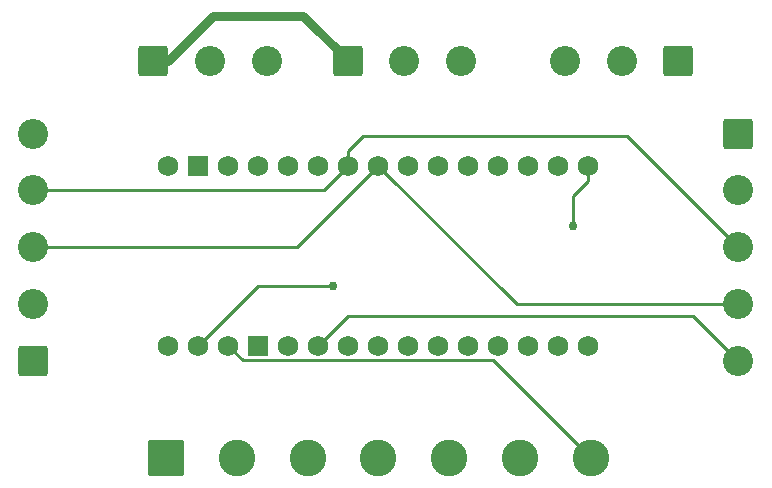
<source format=gbr>
%TF.GenerationSoftware,KiCad,Pcbnew,(7.0.0)*%
%TF.CreationDate,2023-03-06T13:00:14+01:00*%
%TF.ProjectId,booth fendi,626f6f74-6820-4666-956e-64692e6b6963,rev?*%
%TF.SameCoordinates,Original*%
%TF.FileFunction,Copper,L2,Bot*%
%TF.FilePolarity,Positive*%
%FSLAX46Y46*%
G04 Gerber Fmt 4.6, Leading zero omitted, Abs format (unit mm)*
G04 Created by KiCad (PCBNEW (7.0.0)) date 2023-03-06 13:00:14*
%MOMM*%
%LPD*%
G01*
G04 APERTURE LIST*
G04 Aperture macros list*
%AMRoundRect*
0 Rectangle with rounded corners*
0 $1 Rounding radius*
0 $2 $3 $4 $5 $6 $7 $8 $9 X,Y pos of 4 corners*
0 Add a 4 corners polygon primitive as box body*
4,1,4,$2,$3,$4,$5,$6,$7,$8,$9,$2,$3,0*
0 Add four circle primitives for the rounded corners*
1,1,$1+$1,$2,$3*
1,1,$1+$1,$4,$5*
1,1,$1+$1,$6,$7*
1,1,$1+$1,$8,$9*
0 Add four rect primitives between the rounded corners*
20,1,$1+$1,$2,$3,$4,$5,0*
20,1,$1+$1,$4,$5,$6,$7,0*
20,1,$1+$1,$6,$7,$8,$9,0*
20,1,$1+$1,$8,$9,$2,$3,0*%
G04 Aperture macros list end*
%TA.AperFunction,ComponentPad*%
%ADD10C,2.550000*%
%TD*%
%TA.AperFunction,ComponentPad*%
%ADD11RoundRect,0.249999X-1.025001X-1.025001X1.025001X-1.025001X1.025001X1.025001X-1.025001X1.025001X0*%
%TD*%
%TA.AperFunction,ComponentPad*%
%ADD12RoundRect,0.249999X-1.025001X1.025001X-1.025001X-1.025001X1.025001X-1.025001X1.025001X1.025001X0*%
%TD*%
%TA.AperFunction,ComponentPad*%
%ADD13RoundRect,0.249999X1.025001X1.025001X-1.025001X1.025001X-1.025001X-1.025001X1.025001X-1.025001X0*%
%TD*%
%TA.AperFunction,ComponentPad*%
%ADD14RoundRect,0.249999X1.025001X-1.025001X1.025001X1.025001X-1.025001X1.025001X-1.025001X-1.025001X0*%
%TD*%
%TA.AperFunction,ComponentPad*%
%ADD15C,1.727200*%
%TD*%
%TA.AperFunction,ComponentPad*%
%ADD16R,1.727200X1.727200*%
%TD*%
%TA.AperFunction,ComponentPad*%
%ADD17C,3.100000*%
%TD*%
%TA.AperFunction,ComponentPad*%
%ADD18RoundRect,0.249999X-1.300001X-1.300001X1.300001X-1.300001X1.300001X1.300001X-1.300001X1.300001X0*%
%TD*%
%TA.AperFunction,ViaPad*%
%ADD19C,0.762000*%
%TD*%
%TA.AperFunction,Conductor*%
%ADD20C,0.254000*%
%TD*%
%TA.AperFunction,Conductor*%
%ADD21C,0.762000*%
%TD*%
G04 APERTURE END LIST*
D10*
%TO.P,J2,3,Pin_3*%
%TO.N,GND*%
X141680000Y-72390000D03*
%TO.P,J2,2,Pin_2*%
%TO.N,+5V*%
X136880000Y-72390000D03*
D11*
%TO.P,J2,1,Pin_1*%
%TO.N,+12V*%
X132080000Y-72390000D03*
%TD*%
D12*
%TO.P,J6,1,Pin_1*%
%TO.N,+3V3*%
X181610000Y-78590000D03*
D10*
%TO.P,J6,2,Pin_2*%
%TO.N,GND*%
X181610000Y-83390000D03*
%TO.P,J6,3,Pin_3*%
%TO.N,SCL*%
X181610000Y-88190000D03*
%TO.P,J6,4,Pin_4*%
%TO.N,SDA*%
X181610000Y-92990000D03*
%TO.P,J6,5,Pin_5*%
%TO.N,SB-X*%
X181610000Y-97790000D03*
%TD*%
%TO.P,J4,3,Pin_3*%
%TO.N,TTL-DATA*%
X166930000Y-72390000D03*
%TO.P,J4,2,Pin_2*%
%TO.N,GND*%
X171730000Y-72390000D03*
D13*
%TO.P,J4,1,Pin_1*%
%TO.N,+3V3*%
X176530000Y-72390000D03*
%TD*%
D10*
%TO.P,J7,3,Pin_3*%
%TO.N,GND*%
X158115000Y-72390000D03*
%TO.P,J7,2,Pin_2*%
%TO.N,+5V*%
X153315000Y-72390000D03*
D11*
%TO.P,J7,1,Pin_1*%
%TO.N,+12V*%
X148515000Y-72390000D03*
%TD*%
D14*
%TO.P,J3,1,Pin_1*%
%TO.N,+3V3*%
X121920000Y-97790000D03*
D10*
%TO.P,J3,2,Pin_2*%
%TO.N,GND*%
X121920000Y-92990000D03*
%TO.P,J3,3,Pin_3*%
%TO.N,SDA*%
X121920000Y-88190000D03*
%TO.P,J3,4,Pin_4*%
%TO.N,SCL*%
X121920000Y-83390000D03*
%TO.P,J3,5,Pin_5*%
%TO.N,SA-X*%
X121920000Y-78590000D03*
%TD*%
D15*
%TO.P,A1,VIN,VIN*%
%TO.N,+5V*%
X133350000Y-81280000D03*
%TO.P,A1,RST2,RESET*%
%TO.N,unconnected-(A1-RESET-PadRST2)*%
X138430000Y-81280000D03*
%TO.P,A1,RST1,RESET*%
%TO.N,ETH-RST*%
X138430000Y-96520000D03*
D16*
%TO.P,A1,GND2,GND*%
%TO.N,GND*%
X135889999Y-81279999D03*
%TO.P,A1,GND1,GND*%
X140969999Y-96519999D03*
D15*
%TO.P,A1,D13,D13_SCK*%
%TO.N,ETH-SCLK*%
X168910000Y-81280000D03*
%TO.P,A1,D12,D12_MISO*%
%TO.N,ETH-MISO*%
X168910000Y-96520000D03*
%TO.P,A1,D11,D11_MOSI*%
%TO.N,ETH-MOSI*%
X166370000Y-96520000D03*
%TO.P,A1,D10,D10*%
%TO.N,ETH-SCS*%
X163830000Y-96520000D03*
%TO.P,A1,D9,D9*%
%TO.N,unconnected-(A1-PadD9)*%
X161290000Y-96520000D03*
%TO.P,A1,D8,D8*%
%TO.N,unconnected-(A1-PadD8)*%
X158750000Y-96520000D03*
%TO.P,A1,D7,D7*%
%TO.N,unconnected-(A1-PadD7)*%
X156210000Y-96520000D03*
%TO.P,A1,D6,D6*%
%TO.N,unconnected-(A1-PadD6)*%
X153670000Y-96520000D03*
%TO.P,A1,D5,D5*%
%TO.N,unconnected-(A1-PadD5)*%
X151130000Y-96520000D03*
%TO.P,A1,D4,D4*%
%TO.N,unconnected-(A1-PadD4)*%
X148590000Y-96520000D03*
%TO.P,A1,D3,D3*%
%TO.N,SB-X*%
X146050000Y-96520000D03*
%TO.P,A1,D2,D2*%
%TO.N,SA-X*%
X143510000Y-96520000D03*
%TO.P,A1,D1,D1_TX0*%
%TO.N,unconnected-(A1-D1_TX0-PadD1)*%
X133350000Y-96520000D03*
%TO.P,A1,D0,D0_RX0*%
%TO.N,TTL-DATA*%
X135890000Y-96520000D03*
%TO.P,A1,AREF,AREF*%
%TO.N,unconnected-(A1-PadAREF)*%
X163830000Y-81280000D03*
%TO.P,A1,A7,A7*%
%TO.N,unconnected-(A1-PadA7)*%
X143510000Y-81280000D03*
%TO.P,A1,A6,A6*%
%TO.N,unconnected-(A1-PadA6)*%
X146050000Y-81280000D03*
%TO.P,A1,A5,A5_SCL*%
%TO.N,SCL*%
X148590000Y-81280000D03*
%TO.P,A1,A4,A4_SDA*%
%TO.N,SDA*%
X151130000Y-81280000D03*
%TO.P,A1,A3,A3*%
%TO.N,unconnected-(A1-PadA3)*%
X153670000Y-81280000D03*
%TO.P,A1,A2,A2*%
%TO.N,unconnected-(A1-PadA2)*%
X156210000Y-81280000D03*
%TO.P,A1,A1,A1*%
%TO.N,unconnected-(A1-PadA1)*%
X158750000Y-81280000D03*
%TO.P,A1,A0,A0/DAC*%
%TO.N,unconnected-(A1-A0{slash}DAC-PadA0)*%
X161290000Y-81280000D03*
%TO.P,A1,5V,5V*%
%TO.N,unconnected-(A1-Pad5V)*%
X140970000Y-81280000D03*
%TO.P,A1,3V3,3.3V*%
%TO.N,+3V3*%
X166370000Y-81280000D03*
%TD*%
D17*
%TO.P,J5,7,Pin_7*%
%TO.N,ETH-RST*%
X169127988Y-106045000D03*
%TO.P,J5,6,Pin_6*%
%TO.N,+3V3*%
X163132012Y-106045000D03*
%TO.P,J5,5,Pin_5*%
%TO.N,ETH-MISO*%
X157132012Y-106045000D03*
%TO.P,J5,4,Pin_4*%
%TO.N,ETH-MOSI*%
X151132012Y-106045000D03*
%TO.P,J5,3,Pin_3*%
%TO.N,ETH-SCS*%
X145132012Y-106045000D03*
%TO.P,J5,2,Pin_2*%
%TO.N,ETH-SCLK*%
X139132012Y-106045000D03*
D18*
%TO.P,J5,1,Pin_1*%
%TO.N,GND*%
X133132012Y-106045000D03*
%TD*%
D19*
%TO.N,ETH-SCLK*%
X167640000Y-86360000D03*
%TO.N,TTL-DATA*%
X147320000Y-91440000D03*
%TD*%
D20*
%TO.N,ETH-SCLK*%
X167640000Y-83820000D02*
X167640000Y-86360000D01*
X168910000Y-82550000D02*
X167640000Y-83820000D01*
X168910000Y-82550000D02*
X168910000Y-81280000D01*
D21*
%TO.N,+12V*%
X144780000Y-68580000D02*
X137160000Y-68580000D01*
X148515000Y-72315000D02*
X144780000Y-68580000D01*
X137160000Y-68580000D02*
X133350000Y-72390000D01*
D20*
%TO.N,SB-X*%
X148590000Y-93980000D02*
X146050000Y-96520000D01*
X177800000Y-93980000D02*
X148590000Y-93980000D01*
X181610000Y-97790000D02*
X177800000Y-93980000D01*
%TO.N,ETH-RST*%
X139674600Y-97764600D02*
X138430000Y-96520000D01*
X160847588Y-97764600D02*
X139674600Y-97764600D01*
X169127988Y-106045000D02*
X160847588Y-97764600D01*
%TO.N,SCL*%
X148590000Y-80010000D02*
X148590000Y-81280000D01*
X172160000Y-78740000D02*
X149860000Y-78740000D01*
X181610000Y-88190000D02*
X172160000Y-78740000D01*
X149860000Y-78740000D02*
X148590000Y-80010000D01*
%TO.N,SDA*%
X162840000Y-92990000D02*
X151130000Y-81280000D01*
X181610000Y-92990000D02*
X162840000Y-92990000D01*
X144220000Y-88190000D02*
X151130000Y-81280000D01*
X121920000Y-88190000D02*
X144220000Y-88190000D01*
%TO.N,SCL*%
X146480000Y-83390000D02*
X148590000Y-81280000D01*
X121920000Y-83390000D02*
X146480000Y-83390000D01*
D21*
%TO.N,+12V*%
X133350000Y-72390000D02*
X132080000Y-72390000D01*
X148515000Y-72390000D02*
X148515000Y-72315000D01*
D20*
%TO.N,TTL-DATA*%
X140970000Y-91440000D02*
X135890000Y-96520000D01*
X147320000Y-91440000D02*
X140970000Y-91440000D01*
%TD*%
M02*

</source>
